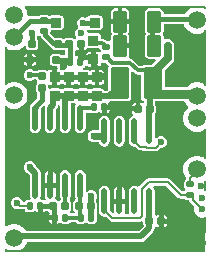
<source format=gbl>
G04*
G04 #@! TF.GenerationSoftware,Altium Limited,Altium Designer,22.9.1 (49)*
G04*
G04 Layer_Physical_Order=4*
G04 Layer_Color=7226777*
%FSLAX25Y25*%
%MOIN*%
G70*
G04*
G04 #@! TF.SameCoordinates,9968C80D-6DCD-4B15-8C4D-213CF2B1836A*
G04*
G04*
G04 #@! TF.FilePolarity,Positive*
G04*
G01*
G75*
%ADD12C,0.00787*%
%ADD15C,0.01968*%
%ADD16C,0.01575*%
%ADD19C,0.01181*%
G04:AMPARAMS|DCode=27|XSize=35.83mil|YSize=33.47mil|CornerRadius=3.35mil|HoleSize=0mil|Usage=FLASHONLY|Rotation=0.000|XOffset=0mil|YOffset=0mil|HoleType=Round|Shape=RoundedRectangle|*
%AMROUNDEDRECTD27*
21,1,0.03583,0.02677,0,0,0.0*
21,1,0.02913,0.03347,0,0,0.0*
1,1,0.00669,0.01457,-0.01339*
1,1,0.00669,-0.01457,-0.01339*
1,1,0.00669,-0.01457,0.01339*
1,1,0.00669,0.01457,0.01339*
%
%ADD27ROUNDEDRECTD27*%
G04:AMPARAMS|DCode=29|XSize=70.87mil|YSize=45.28mil|CornerRadius=4.53mil|HoleSize=0mil|Usage=FLASHONLY|Rotation=90.000|XOffset=0mil|YOffset=0mil|HoleType=Round|Shape=RoundedRectangle|*
%AMROUNDEDRECTD29*
21,1,0.07087,0.03622,0,0,90.0*
21,1,0.06181,0.04528,0,0,90.0*
1,1,0.00906,0.01811,0.03091*
1,1,0.00906,0.01811,-0.03091*
1,1,0.00906,-0.01811,-0.03091*
1,1,0.00906,-0.01811,0.03091*
%
%ADD29ROUNDEDRECTD29*%
G04:AMPARAMS|DCode=32|XSize=23.62mil|YSize=23.62mil|CornerRadius=2.36mil|HoleSize=0mil|Usage=FLASHONLY|Rotation=90.000|XOffset=0mil|YOffset=0mil|HoleType=Round|Shape=RoundedRectangle|*
%AMROUNDEDRECTD32*
21,1,0.02362,0.01890,0,0,90.0*
21,1,0.01890,0.02362,0,0,90.0*
1,1,0.00472,0.00945,0.00945*
1,1,0.00472,0.00945,-0.00945*
1,1,0.00472,-0.00945,-0.00945*
1,1,0.00472,-0.00945,0.00945*
%
%ADD32ROUNDEDRECTD32*%
G04:AMPARAMS|DCode=33|XSize=19.68mil|YSize=23.62mil|CornerRadius=1.97mil|HoleSize=0mil|Usage=FLASHONLY|Rotation=0.000|XOffset=0mil|YOffset=0mil|HoleType=Round|Shape=RoundedRectangle|*
%AMROUNDEDRECTD33*
21,1,0.01968,0.01968,0,0,0.0*
21,1,0.01575,0.02362,0,0,0.0*
1,1,0.00394,0.00787,-0.00984*
1,1,0.00394,-0.00787,-0.00984*
1,1,0.00394,-0.00787,0.00984*
1,1,0.00394,0.00787,0.00984*
%
%ADD33ROUNDEDRECTD33*%
G04:AMPARAMS|DCode=34|XSize=19.68mil|YSize=23.62mil|CornerRadius=1.97mil|HoleSize=0mil|Usage=FLASHONLY|Rotation=270.000|XOffset=0mil|YOffset=0mil|HoleType=Round|Shape=RoundedRectangle|*
%AMROUNDEDRECTD34*
21,1,0.01968,0.01968,0,0,270.0*
21,1,0.01575,0.02362,0,0,270.0*
1,1,0.00394,-0.00984,-0.00787*
1,1,0.00394,-0.00984,0.00787*
1,1,0.00394,0.00984,0.00787*
1,1,0.00394,0.00984,-0.00787*
%
%ADD34ROUNDEDRECTD34*%
%ADD52O,0.00787X0.05906*%
%ADD53O,0.00787X0.03937*%
%ADD54O,0.00787X0.40158*%
%ADD55O,0.66929X0.00787*%
%ADD56O,0.00787X0.18898*%
%ADD57O,0.00787X0.10236*%
%ADD58O,0.00787X0.12992*%
%ADD59O,0.60630X0.00787*%
%ADD60O,0.00787X0.01181*%
%ADD61C,0.02362*%
%ADD62C,0.03150*%
%ADD64C,0.02756*%
%ADD65C,0.02362*%
%ADD66C,0.05906*%
G04:AMPARAMS|DCode=67|XSize=106.3mil|YSize=62.99mil|CornerRadius=6.3mil|HoleSize=0mil|Usage=FLASHONLY|Rotation=90.000|XOffset=0mil|YOffset=0mil|HoleType=Round|Shape=RoundedRectangle|*
%AMROUNDEDRECTD67*
21,1,0.10630,0.05039,0,0,90.0*
21,1,0.09370,0.06299,0,0,90.0*
1,1,0.01260,0.02520,0.04685*
1,1,0.01260,0.02520,-0.04685*
1,1,0.01260,-0.02520,-0.04685*
1,1,0.01260,-0.02520,0.04685*
%
%ADD67ROUNDEDRECTD67*%
G04:AMPARAMS|DCode=68|XSize=33.47mil|YSize=33.47mil|CornerRadius=3.35mil|HoleSize=0mil|Usage=FLASHONLY|Rotation=270.000|XOffset=0mil|YOffset=0mil|HoleType=Round|Shape=RoundedRectangle|*
%AMROUNDEDRECTD68*
21,1,0.03347,0.02677,0,0,270.0*
21,1,0.02677,0.03347,0,0,270.0*
1,1,0.00669,-0.01339,-0.01339*
1,1,0.00669,-0.01339,0.01339*
1,1,0.00669,0.01339,0.01339*
1,1,0.00669,0.01339,-0.01339*
%
%ADD68ROUNDEDRECTD68*%
G04:AMPARAMS|DCode=69|XSize=23.62mil|YSize=23.62mil|CornerRadius=2.36mil|HoleSize=0mil|Usage=FLASHONLY|Rotation=180.000|XOffset=0mil|YOffset=0mil|HoleType=Round|Shape=RoundedRectangle|*
%AMROUNDEDRECTD69*
21,1,0.02362,0.01890,0,0,180.0*
21,1,0.01890,0.02362,0,0,180.0*
1,1,0.00472,-0.00945,0.00945*
1,1,0.00472,0.00945,0.00945*
1,1,0.00472,0.00945,-0.00945*
1,1,0.00472,-0.00945,-0.00945*
%
%ADD69ROUNDEDRECTD69*%
G04:AMPARAMS|DCode=70|XSize=122.05mil|YSize=94.49mil|CornerRadius=9.45mil|HoleSize=0mil|Usage=FLASHONLY|Rotation=180.000|XOffset=0mil|YOffset=0mil|HoleType=Round|Shape=RoundedRectangle|*
%AMROUNDEDRECTD70*
21,1,0.12205,0.07559,0,0,180.0*
21,1,0.10315,0.09449,0,0,180.0*
1,1,0.01890,-0.05158,0.03780*
1,1,0.01890,0.05158,0.03780*
1,1,0.01890,0.05158,-0.03780*
1,1,0.01890,-0.05158,-0.03780*
%
%ADD70ROUNDEDRECTD70*%
%ADD71O,0.01968X0.08661*%
G04:AMPARAMS|DCode=72|XSize=118.11mil|YSize=104.33mil|CornerRadius=10.43mil|HoleSize=0mil|Usage=FLASHONLY|Rotation=0.000|XOffset=0mil|YOffset=0mil|HoleType=Round|Shape=RoundedRectangle|*
%AMROUNDEDRECTD72*
21,1,0.11811,0.08346,0,0,0.0*
21,1,0.09724,0.10433,0,0,0.0*
1,1,0.02087,0.04862,-0.04173*
1,1,0.02087,-0.04862,-0.04173*
1,1,0.02087,-0.04862,0.04173*
1,1,0.02087,0.04862,0.04173*
%
%ADD72ROUNDEDRECTD72*%
G36*
X62081Y81299D02*
X61196Y80788D01*
X60353Y79945D01*
X59903Y79165D01*
X52851D01*
Y79862D01*
X52755Y80346D01*
X52481Y80756D01*
X52070Y81030D01*
X51586Y81127D01*
X47964D01*
X47480Y81030D01*
X47070Y80756D01*
X46796Y80346D01*
X46700Y79862D01*
Y73681D01*
X46796Y73197D01*
X47052Y72756D01*
X46796Y72315D01*
X46700Y71831D01*
Y65650D01*
X46796Y65166D01*
X47070Y64755D01*
X47480Y64481D01*
X47964Y64385D01*
X50131D01*
X50357Y63840D01*
X49423Y62906D01*
X49105Y62429D01*
X46693D01*
X46140Y62319D01*
X45671Y62006D01*
X45612Y61918D01*
X44793D01*
X42726Y63986D01*
X42270Y64290D01*
X41732Y64397D01*
X41509D01*
X41218Y64988D01*
X41337Y65166D01*
X41434Y65650D01*
Y67953D01*
X38358D01*
Y69528D01*
X41434D01*
Y71831D01*
X41337Y72315D01*
X41081Y72756D01*
X41337Y73197D01*
X41434Y73681D01*
Y75984D01*
X38358D01*
X35283D01*
Y73681D01*
X35379Y73197D01*
X35635Y72756D01*
X35379Y72315D01*
X35283Y71831D01*
Y70637D01*
X34738Y70164D01*
X33860D01*
X33465Y70560D01*
X33009Y70865D01*
X32471Y70972D01*
X31930D01*
Y71779D01*
X31843Y72217D01*
X31595Y72588D01*
X31224Y72836D01*
X30786Y72923D01*
X28109D01*
X27939Y72889D01*
X27403Y73186D01*
X27311Y73306D01*
X27186Y73607D01*
X27515Y74175D01*
X27649Y74230D01*
X28020Y73982D01*
X28458Y73895D01*
X31372D01*
X31809Y73982D01*
X32181Y74230D01*
X32429Y74602D01*
X32516Y75039D01*
Y77716D01*
X32429Y78154D01*
X32181Y78526D01*
X31809Y78773D01*
X31372Y78861D01*
X28458D01*
X28020Y78773D01*
X27649Y78526D01*
X27543Y78367D01*
X27357Y78150D01*
X26786Y78090D01*
X26446Y78231D01*
X25663D01*
X24939Y77931D01*
X24386Y77378D01*
X24086Y76654D01*
Y75871D01*
X24373Y75177D01*
X24419Y75006D01*
X24322Y74517D01*
X24265Y74493D01*
X23711Y73940D01*
X23411Y73216D01*
Y72433D01*
X23711Y71709D01*
X23609Y70976D01*
X23606Y70974D01*
X23035D01*
X22696Y71201D01*
X22297Y71280D01*
X20407D01*
X20008Y71201D01*
X19669Y70974D01*
X19399D01*
X19061Y71201D01*
X18661Y71280D01*
X17377D01*
X17323Y71291D01*
X17323Y71291D01*
X16618D01*
X14985Y72924D01*
Y73389D01*
X15298Y73778D01*
X15466Y73895D01*
X18380D01*
X18817Y73982D01*
X19188Y74230D01*
X19436Y74602D01*
X19523Y75039D01*
Y77716D01*
X19436Y78154D01*
X19188Y78526D01*
X18817Y78773D01*
X18380Y78861D01*
X15466D01*
X15028Y78773D01*
X14680Y78729D01*
X14354Y78946D01*
X13970Y79023D01*
X12002D01*
X11618Y78946D01*
X11292Y78729D01*
X11233Y78640D01*
X8334D01*
X8071Y78588D01*
X7480Y79014D01*
Y79533D01*
X7172Y80685D01*
X6817Y81299D01*
X7158Y81890D01*
X61923D01*
X62081Y81299D01*
D02*
G37*
G36*
X11618Y71974D02*
X11839Y71930D01*
X11896Y71644D01*
X12244Y71123D01*
X14818Y68550D01*
X15339Y68202D01*
X15774Y68115D01*
X15807Y67947D01*
X16034Y67608D01*
X16372Y67382D01*
X16772Y67303D01*
X18661D01*
X18969Y67364D01*
X20068D01*
Y65648D01*
X18664D01*
X18612Y65725D01*
X18273Y65952D01*
X17874Y66031D01*
X15984D01*
X15585Y65952D01*
X15246Y65725D01*
X15020Y65387D01*
X14941Y64987D01*
Y63098D01*
X15020Y62698D01*
X15246Y62360D01*
X15585Y62134D01*
X15984Y62054D01*
X17017D01*
X17072Y62043D01*
X17415D01*
Y61386D01*
X17505Y61170D01*
X17323Y60897D01*
Y58196D01*
Y55714D01*
X17874D01*
X18312Y55801D01*
X18683Y56049D01*
X19099D01*
X19470Y55801D01*
X19908Y55714D01*
X20459D01*
Y58196D01*
X22034D01*
Y55714D01*
X22585D01*
X23023Y55801D01*
X23394Y56049D01*
X23790D01*
X24161Y55801D01*
X24599Y55714D01*
X25150D01*
Y58196D01*
X26725D01*
Y55714D01*
X27276D01*
X27714Y55801D01*
X28085Y56049D01*
X28481D01*
X28852Y55801D01*
X29290Y55714D01*
X29841D01*
Y58196D01*
Y60679D01*
X29290D01*
X28852Y60592D01*
X28698Y60489D01*
X28283Y60391D01*
X27868Y60489D01*
X27714Y60592D01*
X27276Y60679D01*
X25884D01*
X25879Y61268D01*
X26263Y61344D01*
X26589Y61561D01*
X26760Y61818D01*
X26938Y61901D01*
X26989Y61916D01*
X27429Y61987D01*
X27671Y61825D01*
X28109Y61737D01*
X28660D01*
Y64220D01*
Y66703D01*
X28109D01*
X27671Y66615D01*
X27300Y66368D01*
X27052Y65996D01*
X26965Y65559D01*
Y65368D01*
X26375Y65092D01*
X26263Y65167D01*
X25879Y65243D01*
Y63255D01*
X24305D01*
Y65243D01*
X23921Y65167D01*
X23870Y65133D01*
X23279Y65448D01*
Y67116D01*
X23870Y67432D01*
X23945Y67382D01*
X24344Y67303D01*
X24501D01*
Y69291D01*
X26076D01*
Y67303D01*
X26234D01*
X26633Y67382D01*
X26972Y67608D01*
X27061Y67742D01*
X27555Y67987D01*
X27814Y68017D01*
X28109Y67958D01*
X30786D01*
X31175Y68035D01*
X31256Y68027D01*
X31766Y67729D01*
Y67586D01*
X31842Y67202D01*
X32015Y66943D01*
X31934Y66717D01*
X31390Y66505D01*
X31224Y66615D01*
X30786Y66703D01*
X30235D01*
Y64220D01*
Y61737D01*
X30786D01*
X31224Y61825D01*
X31595Y62072D01*
X31843Y62444D01*
X31900Y62730D01*
X32130Y62913D01*
X32278Y63003D01*
X32521Y63089D01*
X32769Y63039D01*
X33680D01*
X34653Y62066D01*
X34648Y62006D01*
X34334Y61537D01*
X34224Y60984D01*
Y54017D01*
X33990Y53782D01*
X33004D01*
X32776Y54123D01*
X32405Y54371D01*
X31967Y54458D01*
X29290D01*
X28852Y54371D01*
X28698Y54268D01*
X28283Y54170D01*
X27868Y54268D01*
X27714Y54371D01*
X27276Y54458D01*
X24599D01*
X24161Y54371D01*
X23790Y54123D01*
X23394D01*
X23023Y54371D01*
X22585Y54458D01*
X19908D01*
X19470Y54371D01*
X19302Y54259D01*
X18891Y54169D01*
X18479Y54259D01*
X18312Y54371D01*
X17874Y54458D01*
X15197D01*
X14981Y54415D01*
X14390Y54781D01*
Y55337D01*
X14483Y55454D01*
X14925Y55754D01*
X14964Y55760D01*
X15197Y55714D01*
X15748D01*
Y58196D01*
Y60679D01*
X15197D01*
X14759Y60592D01*
X14669Y60532D01*
X14084Y60344D01*
X13746Y60571D01*
X13346Y60650D01*
X11457D01*
X11057Y60571D01*
X10719Y60344D01*
X10666Y60266D01*
X9647D01*
X9383Y60530D01*
X8659Y60830D01*
X7876D01*
X7153Y60530D01*
X6599Y59976D01*
X6299Y59253D01*
Y58469D01*
X6599Y57746D01*
X7153Y57192D01*
X7876Y56893D01*
X8659D01*
X9383Y57192D01*
X9647Y57456D01*
X10465D01*
X10492Y57317D01*
X10719Y56978D01*
Y56407D01*
X10492Y56069D01*
X10413Y55669D01*
Y53780D01*
X10492Y53380D01*
X10599Y53220D01*
Y51118D01*
X9134Y49653D01*
X9072Y49560D01*
X8795Y49375D01*
X8404Y48789D01*
X8266Y48098D01*
Y41405D01*
X8404Y40714D01*
X8795Y40128D01*
X9381Y39736D01*
X10072Y39599D01*
X10764Y39736D01*
X11350Y40128D01*
X11741Y40714D01*
X11879Y41405D01*
Y47856D01*
X12799Y48777D01*
X13343Y48486D01*
X13266Y48098D01*
Y41405D01*
X13404Y40714D01*
X13795Y40128D01*
X14381Y39736D01*
X15072Y39599D01*
X15764Y39736D01*
X16350Y40128D01*
X16741Y40714D01*
X16879Y41405D01*
Y44751D01*
X16879Y44751D01*
Y47350D01*
X17117Y47588D01*
X17509Y48174D01*
X17647Y48866D01*
Y48916D01*
X17675Y48930D01*
X18266Y48556D01*
Y48098D01*
X18266Y48098D01*
Y41405D01*
X18404Y40714D01*
X18795Y40128D01*
X19381Y39736D01*
X20072Y39599D01*
X20764Y39736D01*
X21350Y40128D01*
X21741Y40714D01*
X21879Y41405D01*
Y46326D01*
X21879Y46326D01*
Y49493D01*
X22585D01*
X23023Y49580D01*
X23072Y49613D01*
X23302Y49535D01*
X23504Y48939D01*
X23404Y48789D01*
X23266Y48098D01*
Y41405D01*
X23404Y40714D01*
X23795Y40128D01*
X24381Y39736D01*
X25072Y39599D01*
X25764Y39736D01*
X26350Y40128D01*
X26741Y40714D01*
X26879Y41405D01*
Y46445D01*
X28065D01*
X28375Y46238D01*
X28759Y46162D01*
X30334D01*
X30718Y46238D01*
X31043Y46456D01*
X31593D01*
X31918Y46238D01*
X32302Y46162D01*
Y48150D01*
X33090D01*
Y48937D01*
X34880D01*
Y49134D01*
X34804Y49518D01*
X34763Y49579D01*
X35079Y50169D01*
X35525D01*
X35597Y50183D01*
X35669Y50169D01*
X40709D01*
X41262Y50279D01*
X41730Y50592D01*
X42044Y51061D01*
X42154Y51614D01*
Y59812D01*
X42699Y60038D01*
X43218Y59520D01*
X43673Y59215D01*
X44211Y59109D01*
X45248D01*
Y51614D01*
X45358Y51061D01*
X45671Y50592D01*
X46140Y50279D01*
X46291Y50249D01*
X46332Y49679D01*
X45820Y49459D01*
X45629Y49586D01*
X45230Y49666D01*
X45072D01*
Y47677D01*
X44285D01*
Y46890D01*
X42296D01*
Y46732D01*
X42376Y46333D01*
X42602Y45994D01*
X42706Y45925D01*
X42581Y45298D01*
X42447Y45271D01*
X41861Y44880D01*
X41470Y44294D01*
X41332Y43602D01*
Y36909D01*
X41470Y36218D01*
X41861Y35632D01*
X42447Y35241D01*
X43139Y35103D01*
X43225Y35120D01*
X44256Y34089D01*
X44646Y33828D01*
X45107Y33737D01*
X45107Y33737D01*
X46624D01*
X46781Y33632D01*
X47242Y33540D01*
X47242Y33540D01*
X50268D01*
X50268Y33540D01*
X50729Y33632D01*
X51120Y33893D01*
X51759Y34532D01*
X52416D01*
X53139Y34831D01*
X53693Y35385D01*
X53993Y36109D01*
Y36892D01*
X53693Y37615D01*
X53139Y38169D01*
X52416Y38469D01*
X51633D01*
X50909Y38169D01*
X50536Y37795D01*
X49945Y38040D01*
Y40322D01*
X49945Y40322D01*
Y43472D01*
Y46054D01*
X50131Y46333D01*
X50211Y46732D01*
Y48622D01*
X50131Y49021D01*
X50028Y49175D01*
Y50169D01*
X50694D01*
X50787Y50151D01*
X59798D01*
X60353Y49189D01*
X60913Y48629D01*
X61132Y48228D01*
X60913Y47827D01*
X60353Y47268D01*
X59757Y46236D01*
X59449Y45084D01*
Y43892D01*
X59757Y42741D01*
X60353Y41708D01*
X61196Y40865D01*
X62229Y40269D01*
X63380Y39961D01*
X64572D01*
X65724Y40269D01*
X66255Y40576D01*
X66845Y40235D01*
X66828Y31822D01*
X66237Y31482D01*
X65724Y31778D01*
X64572Y32087D01*
X63380D01*
X62229Y31778D01*
X61196Y31182D01*
X60353Y30339D01*
X59757Y29307D01*
X59449Y28155D01*
Y26963D01*
X59757Y25811D01*
X60353Y24779D01*
X60361Y24771D01*
X60368Y24567D01*
X60281Y24106D01*
X60056Y23956D01*
X59838Y23630D01*
X59762Y23246D01*
Y21671D01*
X59838Y21287D01*
X60056Y20962D01*
Y20629D01*
X59688Y20229D01*
X59042Y20220D01*
X55140Y24122D01*
X54749Y24383D01*
X54288Y24475D01*
X54288Y24475D01*
X47849D01*
X47849Y24475D01*
X47388Y24383D01*
X46997Y24122D01*
X46997Y24122D01*
X44767Y21892D01*
X43996Y21735D01*
X43830Y21846D01*
X43139Y21983D01*
X42447Y21846D01*
X41861Y21454D01*
X41470Y20868D01*
X41332Y20177D01*
Y13484D01*
X41408Y13102D01*
X41002Y12511D01*
X40275D01*
X39869Y13102D01*
X39945Y13484D01*
Y16043D01*
X36332D01*
Y13484D01*
X36399Y13148D01*
X35855Y12857D01*
X34945Y13767D01*
Y20177D01*
X34808Y20868D01*
X34416Y21454D01*
X33830Y21846D01*
X33139Y21983D01*
X32447Y21846D01*
X31861Y21454D01*
X31470Y20868D01*
X31332Y20177D01*
Y13484D01*
X31470Y12793D01*
X31861Y12207D01*
X32447Y11815D01*
X33139Y11678D01*
X33547Y11759D01*
X34850Y10456D01*
X34850Y10455D01*
X35241Y10194D01*
X35702Y10103D01*
X44911D01*
X44911Y10103D01*
X45372Y10194D01*
X45544Y10310D01*
X46135Y10031D01*
Y9291D01*
X46215Y8892D01*
X46221Y8882D01*
Y8618D01*
X44527Y6925D01*
X6910D01*
X6576Y7504D01*
X5733Y8347D01*
X4700Y8943D01*
X3549Y9252D01*
X2357D01*
X1205Y8943D01*
X591Y8589D01*
X0Y8929D01*
Y47960D01*
X591Y48301D01*
X1205Y47946D01*
X2357Y47638D01*
X3549D01*
X4700Y47946D01*
X5733Y48542D01*
X6576Y49385D01*
X7172Y50418D01*
X7480Y51569D01*
Y52761D01*
X7172Y53913D01*
X6576Y54945D01*
X5733Y55788D01*
X4700Y56384D01*
X3549Y56693D01*
X2357D01*
X1205Y56384D01*
X591Y56029D01*
X0Y56371D01*
Y67448D01*
X591Y67789D01*
X1205Y67435D01*
X2357Y67126D01*
X3549D01*
X4700Y67435D01*
X5733Y68031D01*
X6476Y68774D01*
X7067Y68633D01*
Y68347D01*
X7146Y67947D01*
X7372Y67608D01*
X7711Y67382D01*
X8110Y67303D01*
X10000D01*
X10399Y67382D01*
X10738Y67608D01*
X10964Y67947D01*
X11044Y68347D01*
Y70236D01*
X10964Y70636D01*
X10738Y70974D01*
X10661Y71026D01*
Y71842D01*
X10702Y71883D01*
X10735Y71962D01*
X10902Y72031D01*
X11430Y72099D01*
X11618Y71974D01*
D02*
G37*
G36*
X59757Y75418D02*
X60353Y74385D01*
X61196Y73542D01*
X62229Y72946D01*
X63380Y72638D01*
X64572D01*
X65724Y72946D01*
X66321Y73291D01*
X66911Y72950D01*
X66877Y56203D01*
X66286Y55863D01*
X65724Y56187D01*
X64572Y56496D01*
X63380D01*
X62229Y56187D01*
X61196Y55591D01*
X60572Y54967D01*
X53177D01*
Y59655D01*
X53192Y59729D01*
Y60430D01*
X55766Y63004D01*
X56244Y63720D01*
X56412Y64565D01*
Y68777D01*
X56244Y69622D01*
X55766Y70338D01*
X55049Y70816D01*
X54205Y70985D01*
X53442Y70833D01*
X53061Y70976D01*
X52851Y71088D01*
Y71831D01*
X52755Y72315D01*
X52499Y72756D01*
X52755Y73197D01*
X52851Y73681D01*
Y75953D01*
X59614D01*
X59757Y75418D01*
D02*
G37*
G36*
X57792Y18064D02*
X57792Y18064D01*
X58183Y17803D01*
X58644Y17711D01*
X58644Y17711D01*
X59860D01*
X60056Y17418D01*
X60381Y17201D01*
X60765Y17124D01*
X61384D01*
X61424Y16923D01*
X61686Y16533D01*
X63138Y15080D01*
X62992Y14536D01*
Y13810D01*
X63180Y13110D01*
X63543Y12481D01*
X64056Y11968D01*
X64684Y11605D01*
X65385Y11417D01*
X66111D01*
X66319Y11473D01*
X66787Y11113D01*
X66764Y-0D01*
X5006Y0D01*
X4848Y591D01*
X5733Y1101D01*
X6576Y1944D01*
X7172Y2977D01*
X7261Y3312D01*
X45276D01*
X45967Y3449D01*
X46553Y3841D01*
X49305Y6593D01*
X49696Y7179D01*
X49834Y7870D01*
Y8304D01*
X50192Y8468D01*
X50424Y8522D01*
X50716Y8327D01*
X51116Y8248D01*
X51273D01*
Y10236D01*
Y12225D01*
X51116D01*
X50716Y12145D01*
X50520Y12015D01*
X50035Y12193D01*
X49930Y12276D01*
Y13409D01*
X49945Y13484D01*
Y13550D01*
X49945Y13550D01*
Y17181D01*
X49945Y17181D01*
Y20177D01*
X49808Y20868D01*
X49416Y21454D01*
X49384Y21476D01*
X49563Y22067D01*
X53789D01*
X57792Y18064D01*
D02*
G37*
%LPC*%
G36*
X40169Y81127D02*
X39145D01*
Y77559D01*
X41434D01*
Y79862D01*
X41337Y80346D01*
X41063Y80756D01*
X40653Y81030D01*
X40169Y81127D01*
D02*
G37*
G36*
X37571D02*
X36547D01*
X36063Y81030D01*
X35653Y80756D01*
X35379Y80346D01*
X35283Y79862D01*
Y77559D01*
X37571D01*
Y81127D01*
D02*
G37*
G36*
X9213Y66031D02*
X9055D01*
Y64830D01*
X10256D01*
Y64987D01*
X10177Y65387D01*
X9951Y65725D01*
X9612Y65952D01*
X9213Y66031D01*
D02*
G37*
G36*
X7480D02*
X7323D01*
X6923Y65952D01*
X6585Y65725D01*
X6359Y65387D01*
X6279Y64987D01*
Y64830D01*
X7480D01*
Y66031D01*
D02*
G37*
G36*
X10256Y63255D02*
X9055D01*
Y62054D01*
X9213D01*
X9612Y62134D01*
X9951Y62360D01*
X10177Y62698D01*
X10256Y63098D01*
Y63255D01*
D02*
G37*
G36*
X7480D02*
X6279D01*
Y63098D01*
X6359Y62698D01*
X6585Y62360D01*
X6923Y62134D01*
X7323Y62054D01*
X7480D01*
Y63255D01*
D02*
G37*
G36*
X31967Y60679D02*
X31416D01*
Y58984D01*
X33111D01*
Y59535D01*
X33024Y59973D01*
X32776Y60344D01*
X32405Y60592D01*
X31967Y60679D01*
D02*
G37*
G36*
X33111Y57409D02*
X31416D01*
Y55714D01*
X31967D01*
X32405Y55801D01*
X32776Y56049D01*
X33024Y56420D01*
X33111Y56858D01*
Y57409D01*
D02*
G37*
G36*
X43498Y49666D02*
X43340D01*
X42941Y49586D01*
X42602Y49360D01*
X42376Y49021D01*
X42296Y48622D01*
Y48465D01*
X43498D01*
Y49666D01*
D02*
G37*
G36*
X34880Y47362D02*
X33877D01*
Y46162D01*
X34261Y46238D01*
X34587Y46456D01*
X34804Y46781D01*
X34880Y47165D01*
Y47362D01*
D02*
G37*
G36*
X38139Y45409D02*
X37447Y45271D01*
X36861Y44880D01*
X36470Y44294D01*
X36332Y43602D01*
Y36909D01*
X36470Y36218D01*
X36861Y35632D01*
X37447Y35241D01*
X38139Y35103D01*
X38830Y35241D01*
X39416Y35632D01*
X39808Y36218D01*
X39945Y36909D01*
Y43602D01*
X39808Y44294D01*
X39416Y44880D01*
X38830Y45271D01*
X38139Y45409D01*
D02*
G37*
G36*
X33139D02*
X32447Y45271D01*
X31861Y44880D01*
X31470Y44294D01*
X31332Y43602D01*
Y40567D01*
X29527D01*
X29333Y40528D01*
X29135D01*
X28953Y40452D01*
X28759Y40414D01*
X28594Y40304D01*
X28412Y40228D01*
X28272Y40089D01*
X28107Y39979D01*
X27998Y39814D01*
X27858Y39675D01*
X27782Y39492D01*
X27672Y39328D01*
X27634Y39134D01*
X27558Y38951D01*
Y38754D01*
X27520Y38560D01*
X27558Y38366D01*
Y38168D01*
X27634Y37985D01*
X27672Y37791D01*
X27782Y37627D01*
X27858Y37444D01*
X27998Y37305D01*
X28107Y37140D01*
X28272Y37031D01*
X28412Y36891D01*
X28594Y36815D01*
X28759Y36705D01*
X28953Y36667D01*
X29135Y36591D01*
X29333D01*
X29527Y36553D01*
X31403D01*
X31470Y36218D01*
X31861Y35632D01*
X32447Y35241D01*
X33139Y35103D01*
X33830Y35241D01*
X34416Y35632D01*
X34808Y36218D01*
X34945Y36909D01*
Y43602D01*
X34808Y44294D01*
X34416Y44880D01*
X33830Y45271D01*
X33139Y45409D01*
D02*
G37*
G36*
X15860Y27065D02*
Y22901D01*
X16879D01*
Y25460D01*
X16741Y26151D01*
X16350Y26737D01*
X15860Y27065D01*
D02*
G37*
G36*
X14285D02*
X13795Y26737D01*
X13404Y26151D01*
X13266Y25460D01*
Y22901D01*
X14285D01*
Y27065D01*
D02*
G37*
G36*
X38926Y21782D02*
Y17618D01*
X39945D01*
Y20177D01*
X39808Y20868D01*
X39416Y21454D01*
X38926Y21782D01*
D02*
G37*
G36*
X37351D02*
X36861Y21454D01*
X36470Y20868D01*
X36332Y20177D01*
Y17618D01*
X37351D01*
Y21782D01*
D02*
G37*
G36*
X8659Y30120D02*
X7876D01*
X7153Y29820D01*
X6599Y29266D01*
X6299Y28543D01*
Y27760D01*
X6599Y27036D01*
X7153Y26482D01*
X7362Y26395D01*
X8266Y25492D01*
Y25460D01*
X8266Y25460D01*
Y18767D01*
X8404Y18076D01*
X8499Y17933D01*
X8184Y17342D01*
X7480D01*
X7096Y17266D01*
X6771Y17048D01*
X6553Y16723D01*
X6521Y16559D01*
X5906D01*
Y16723D01*
X5606Y17447D01*
X5052Y18000D01*
X4329Y18300D01*
X3545D01*
X2822Y18000D01*
X2268Y17447D01*
X1969Y16723D01*
Y15940D01*
X2268Y15217D01*
X2822Y14663D01*
X3545Y14363D01*
X4272D01*
X4453Y14242D01*
X4914Y14150D01*
X6521D01*
X6553Y13986D01*
X6771Y13660D01*
X7096Y13443D01*
X7480Y13367D01*
X9055D01*
X9439Y13443D01*
X9765Y13660D01*
X10314D01*
X10639Y13443D01*
X11024Y13367D01*
Y15354D01*
X12598D01*
Y13367D01*
X12982Y13443D01*
X13308Y13660D01*
X13517Y13973D01*
X13614Y13990D01*
X13997Y14005D01*
X14128Y13986D01*
X14338Y13671D01*
X14676Y13445D01*
X14905Y12798D01*
X14897Y12786D01*
X14820Y12402D01*
Y12205D01*
X16611D01*
Y11417D01*
X17399D01*
Y9430D01*
X17783Y9506D01*
X18108Y9724D01*
X18657D01*
X18983Y9506D01*
X19367Y9430D01*
X20942D01*
X21326Y9506D01*
X21652Y9724D01*
X21845Y10012D01*
X23540D01*
X23733Y9724D01*
X24058Y9506D01*
X24442Y9430D01*
X26017D01*
X26401Y9506D01*
X26727Y9724D01*
X27276D01*
X27602Y9506D01*
X27986Y9430D01*
X29561D01*
X29945Y9506D01*
X30270Y9724D01*
X30488Y10049D01*
X30564Y10433D01*
Y11340D01*
X30580Y11417D01*
Y15157D01*
X30565Y15231D01*
Y16299D01*
X30485Y16699D01*
X30471Y16720D01*
Y17539D01*
X30709Y18112D01*
Y18895D01*
X30409Y19619D01*
X29855Y20173D01*
X29132Y20472D01*
X28349D01*
X27625Y20173D01*
X27469Y20017D01*
X26879Y20262D01*
Y25460D01*
X26741Y26151D01*
X26350Y26737D01*
X25764Y27129D01*
X25072Y27266D01*
X24381Y27129D01*
X23795Y26737D01*
X23404Y26151D01*
X23266Y25460D01*
Y18767D01*
X23404Y18076D01*
X23515Y17909D01*
X23307Y17266D01*
X23295Y17264D01*
X22956Y17037D01*
X22730Y16699D01*
X22651Y16299D01*
Y14410D01*
X22730Y14010D01*
X22956Y13671D01*
X23295Y13445D01*
X23113Y12911D01*
X23063Y12822D01*
X22096D01*
X21670Y13340D01*
X21713Y13780D01*
X21867Y14010D01*
X21946Y14410D01*
Y16299D01*
X21867Y16699D01*
X21641Y17037D01*
X21520Y17118D01*
Y17745D01*
X21741Y18076D01*
X21879Y18767D01*
Y25460D01*
X21741Y26151D01*
X21350Y26737D01*
X20764Y27129D01*
X20072Y27266D01*
X19381Y27129D01*
X18795Y26737D01*
X18404Y26151D01*
X18266Y25460D01*
Y18767D01*
X18404Y18076D01*
X18552Y17853D01*
X18589Y17498D01*
X18115Y17037D01*
X17704D01*
X17365Y17264D01*
X16965Y17343D01*
X16962D01*
X16646Y17933D01*
X16741Y18076D01*
X16879Y18767D01*
Y21326D01*
X15072D01*
X13266D01*
Y18767D01*
X13404Y18076D01*
X13795Y17490D01*
X13885Y17430D01*
X13808Y17194D01*
X13705Y17164D01*
X13197Y17123D01*
X12982Y17266D01*
X12598Y17342D01*
X11961D01*
X11646Y17933D01*
X11741Y18076D01*
X11879Y18767D01*
Y22113D01*
X11879Y22114D01*
Y26240D01*
X11741Y26931D01*
X11350Y27517D01*
X10174Y28693D01*
X9937Y29266D01*
X9383Y29820D01*
X8659Y30120D01*
D02*
G37*
G36*
X15824Y10630D02*
X14820D01*
Y10433D01*
X14897Y10049D01*
X15114Y9724D01*
X15440Y9506D01*
X15824Y9430D01*
D01*
Y10630D01*
D02*
G37*
G36*
X53005Y12225D02*
X52848D01*
Y11024D01*
X54049D01*
Y11181D01*
X53970Y11581D01*
X53743Y11919D01*
X53405Y12145D01*
X53005Y12225D01*
D02*
G37*
G36*
X54049Y9449D02*
X52848D01*
Y8248D01*
X53005D01*
X53405Y8327D01*
X53743Y8553D01*
X53970Y8892D01*
X54049Y9291D01*
Y9449D01*
D02*
G37*
%LPD*%
D12*
X50268Y34744D02*
X52024Y36500D01*
X47242Y34744D02*
X50268D01*
X47045Y34941D02*
X47242Y34744D01*
X45107Y34941D02*
X47045D01*
X43139Y36909D02*
X45107Y34941D01*
X43139Y36909D02*
Y40256D01*
X47849Y23271D02*
X54288D01*
X45619Y12014D02*
Y21040D01*
X47849Y23271D01*
X62537Y17384D02*
X65748Y14173D01*
Y14173D02*
Y14173D01*
X62537Y17384D02*
Y18325D01*
X61946Y18915D02*
X62537Y18325D01*
X58644Y18915D02*
X61946D01*
X61750Y22459D02*
Y24624D01*
X63976Y26851D01*
Y27559D01*
X54288Y23271D02*
X58644Y18915D01*
X63699Y27282D02*
X63976Y27559D01*
X44911Y11307D02*
X45619Y12014D01*
X33139Y13870D02*
X35702Y11307D01*
X44911D01*
X33139Y13870D02*
Y16897D01*
X4914Y15354D02*
X8268D01*
X3937Y16332D02*
X4914Y15354D01*
X34214Y64567D02*
X34541Y64240D01*
X34139Y64567D02*
X34214D01*
X34541Y64165D02*
Y64240D01*
D15*
X48027Y10140D02*
X48124Y10236D01*
Y13535D02*
X48139Y13550D01*
Y16897D01*
Y17181D01*
X48124Y10236D02*
Y13535D01*
X28665Y16033D02*
Y18429D01*
X28740Y18504D01*
X48027Y7870D02*
Y10140D01*
X45276Y5118D02*
X48027Y7870D01*
X2953Y5118D02*
X45276D01*
X48222Y47677D02*
Y54131D01*
X15072Y48098D02*
X15840Y48866D01*
Y52369D01*
X15072Y44751D02*
Y48098D01*
X48139Y43472D02*
Y47594D01*
X48222Y54131D02*
Y55309D01*
X48139Y40322D02*
Y43472D01*
X48222Y55309D02*
X49213Y56299D01*
X28576Y15354D02*
X28773Y15157D01*
Y11417D02*
Y15157D01*
X10072Y22114D02*
Y26240D01*
X8268Y28045D02*
X10072Y26240D01*
X24994Y51976D02*
X35525D01*
X20820D02*
X25781D01*
X20466Y51621D02*
X20820Y51976D01*
X20072Y46326D02*
Y52015D01*
X15840Y51976D02*
X20820D01*
X8268Y28045D02*
Y28151D01*
X35131Y52369D02*
X35722Y52960D01*
D16*
X9055Y69291D02*
Y72976D01*
X9033Y72998D02*
X9055Y72976D01*
X13183Y73688D02*
X13379Y73491D01*
Y72259D02*
X15953Y69685D01*
X13379Y72259D02*
Y73491D01*
X12986Y73688D02*
X13183D01*
X15953Y69685D02*
X17323D01*
X17717Y69291D01*
X17072Y63649D02*
X19384D01*
X21504Y64043D02*
X21674Y63873D01*
X16929Y64043D02*
X21504D01*
X19384Y61778D02*
X19535Y61928D01*
Y63176D02*
X20007Y63649D01*
X19535Y61928D02*
Y63176D01*
X20007Y63649D02*
X21352D01*
X25938Y58196D02*
X30629D01*
X15840D02*
X21246D01*
X25938D01*
X15650Y58387D02*
X15731Y58306D01*
X21674Y63873D02*
Y68970D01*
X25190Y64436D02*
Y69193D01*
Y64436D02*
X25762Y65007D01*
X29448D01*
X51252Y77559D02*
X63976D01*
X49645Y75952D02*
X51252Y77559D01*
X48988Y76247D02*
X49645Y75590D01*
X18182Y68970D02*
X20886D01*
X29480Y76304D02*
X29521Y76346D01*
X26096Y76304D02*
X29480D01*
X26054Y76262D02*
X26096Y76304D01*
X8334Y77035D02*
X12986D01*
X2953Y71653D02*
X8334Y77035D01*
X12986D02*
X15919D01*
X16529Y76346D02*
Y76424D01*
X11811Y15354D02*
X16021D01*
X10269Y48518D02*
X12205Y50453D01*
Y54751D01*
X10072Y48204D02*
X10269Y48401D01*
Y48518D01*
X12148Y54808D02*
X12205Y54751D01*
X10072Y45145D02*
Y48204D01*
X12100Y54808D02*
X12148D01*
X16564Y11464D02*
X16611Y11417D01*
X15919Y77035D02*
X16529Y76424D01*
X16414Y11696D02*
Y14961D01*
Y11696D02*
X16566Y11544D01*
X16021Y15354D02*
X16414Y14961D01*
X48988Y69633D02*
Y76247D01*
X49645Y75590D02*
Y75952D01*
X38358Y68740D02*
Y76772D01*
X48988Y69633D02*
X49775Y68846D01*
D19*
X32471Y69567D02*
X33163Y68875D01*
X30321Y69567D02*
X32471D01*
X33163Y68767D02*
Y68875D01*
X29448Y70441D02*
X30321Y69567D01*
X33163Y68767D02*
X33557Y68374D01*
X33753D01*
X24639Y15354D02*
X25072Y15787D01*
Y22114D01*
X20115Y16299D02*
Y22693D01*
X8268Y58861D02*
X11879D01*
X12100Y59082D01*
X27095Y47850D02*
X27371D01*
X25072D02*
X27095D01*
X25072D02*
Y48190D01*
Y48278D01*
X24733Y47850D02*
X25072Y48190D01*
X24733Y47850D02*
X25072D01*
X27371D02*
X29290D01*
X46657Y60514D02*
X49213Y57957D01*
X41732Y62992D02*
X44211Y60514D01*
X46657D01*
X35714Y62992D02*
X41732D01*
X34541Y64165D02*
X35714Y62992D01*
X25000Y11918D02*
Y15354D01*
X20155Y11417D02*
X25230D01*
D27*
X16923Y76378D02*
D03*
X29915D02*
D03*
D29*
X38358Y76772D02*
D03*
X49775D02*
D03*
X38358Y68740D02*
D03*
X49775D02*
D03*
D32*
X12402Y58661D02*
D03*
Y54724D02*
D03*
X17717Y69291D02*
D03*
X9055D02*
D03*
X16929Y64043D02*
D03*
X8268D02*
D03*
D33*
X16611Y11417D02*
D03*
X20155D02*
D03*
X33090Y48150D02*
D03*
X29546D02*
D03*
X25092Y63255D02*
D03*
X21549D02*
D03*
X25230Y11417D02*
D03*
X28773D02*
D03*
X11811Y15354D02*
D03*
X8268D02*
D03*
D34*
X61750Y22459D02*
D03*
Y18915D02*
D03*
X33753Y68374D02*
D03*
Y64830D02*
D03*
X12986Y73688D02*
D03*
Y77232D02*
D03*
D52*
X66535Y9055D02*
D03*
D53*
Y22047D02*
D03*
D54*
X394Y28543D02*
D03*
D55*
X33465Y394D02*
D03*
D56*
X66535Y64764D02*
D03*
D57*
Y35827D02*
D03*
D58*
X394Y62008D02*
D03*
D59*
X36614Y81496D02*
D03*
D60*
X394Y591D02*
D03*
X66535Y81299D02*
D03*
D61*
X29527Y38560D02*
X32423D01*
X32446Y38583D01*
D62*
X50787Y52559D02*
X62640D01*
X63231Y51968D02*
X63976D01*
X62640Y52559D02*
X63231Y51968D01*
X48222Y54131D02*
X49215D01*
X47772D02*
X48222D01*
X49215D02*
X50787Y52559D01*
X49213Y54134D02*
X49215Y54131D01*
D64*
X50984Y61345D02*
X54205Y64565D01*
X50984Y59729D02*
Y61345D01*
X54205Y64565D02*
Y68777D01*
X49213Y54134D02*
Y56299D01*
Y57957D02*
X50984Y59729D01*
X49213Y56299D02*
Y57957D01*
D65*
X65748Y18110D02*
D03*
Y14173D02*
D03*
X65345Y22029D02*
D03*
X52024Y36500D02*
D03*
X51575Y18110D02*
D03*
X58368Y32605D02*
D03*
X58376Y23754D02*
D03*
X29527Y38560D02*
D03*
X35415Y48539D02*
D03*
X32666Y32967D02*
D03*
X5512Y36417D02*
D03*
X9449Y33465D02*
D03*
X29851Y61535D02*
D03*
X51091Y13780D02*
D03*
X38406Y8262D02*
D03*
X58933Y15109D02*
D03*
X8206Y8193D02*
D03*
X10925Y1828D02*
D03*
X20669D02*
D03*
X55726Y2749D02*
D03*
X59699Y7054D02*
D03*
X51419Y48964D02*
D03*
X56693Y37402D02*
D03*
X62598Y35433D02*
D03*
Y70866D02*
D03*
X58661Y64961D02*
D03*
X62598Y59055D02*
D03*
X54724Y72835D02*
D03*
X13118Y66649D02*
D03*
X4723Y64322D02*
D03*
X3543Y59055D02*
D03*
Y43307D02*
D03*
Y31496D02*
D03*
X5512Y25591D02*
D03*
X3543Y19685D02*
D03*
X9033Y72998D02*
D03*
X19384Y61778D02*
D03*
X26054Y76262D02*
D03*
X25380Y72825D02*
D03*
X10354Y12044D02*
D03*
X54205Y68777D02*
D03*
X38406Y1969D02*
D03*
X44882Y68110D02*
D03*
X3937Y16332D02*
D03*
X28740Y18504D02*
D03*
X33071Y58653D02*
D03*
X8268Y58861D02*
D03*
Y28151D02*
D03*
X43602Y57905D02*
D03*
X54724Y59055D02*
D03*
X55834Y10222D02*
D03*
X34343Y80425D02*
D03*
X22895Y8250D02*
D03*
X25197Y33465D02*
D03*
X22441Y75590D02*
D03*
X33922Y76362D02*
D03*
X29222Y1828D02*
D03*
X51844Y6538D02*
D03*
D66*
X2953Y71653D02*
D03*
Y4724D02*
D03*
Y52165D02*
D03*
X63976Y51968D02*
D03*
Y77165D02*
D03*
Y27559D02*
D03*
Y44488D02*
D03*
Y2953D02*
D03*
X2953Y78937D02*
D03*
D67*
X38189Y56299D02*
D03*
X49213D02*
D03*
D68*
X16535Y58196D02*
D03*
Y51976D02*
D03*
X30629Y58196D02*
D03*
Y51976D02*
D03*
X25938Y58196D02*
D03*
Y51976D02*
D03*
X21246Y58196D02*
D03*
Y51976D02*
D03*
X29448Y70441D02*
D03*
Y64220D02*
D03*
D69*
X16021Y15354D02*
D03*
X19958D02*
D03*
X28576D02*
D03*
X24639D02*
D03*
X25289Y69291D02*
D03*
X21352D02*
D03*
X48222Y47677D02*
D03*
X44285D02*
D03*
X48124Y10236D02*
D03*
X52061D02*
D03*
D70*
X17572Y33432D02*
D03*
D71*
X10072Y44751D02*
D03*
X15072D02*
D03*
X20072D02*
D03*
X25072D02*
D03*
X10072Y22114D02*
D03*
X15072D02*
D03*
X20072D02*
D03*
X25072D02*
D03*
X33139Y40256D02*
D03*
X38139D02*
D03*
X43139D02*
D03*
X48139D02*
D03*
X33139Y16831D02*
D03*
X38139D02*
D03*
X43139D02*
D03*
X48139D02*
D03*
D72*
X40639Y28543D02*
D03*
M02*

</source>
